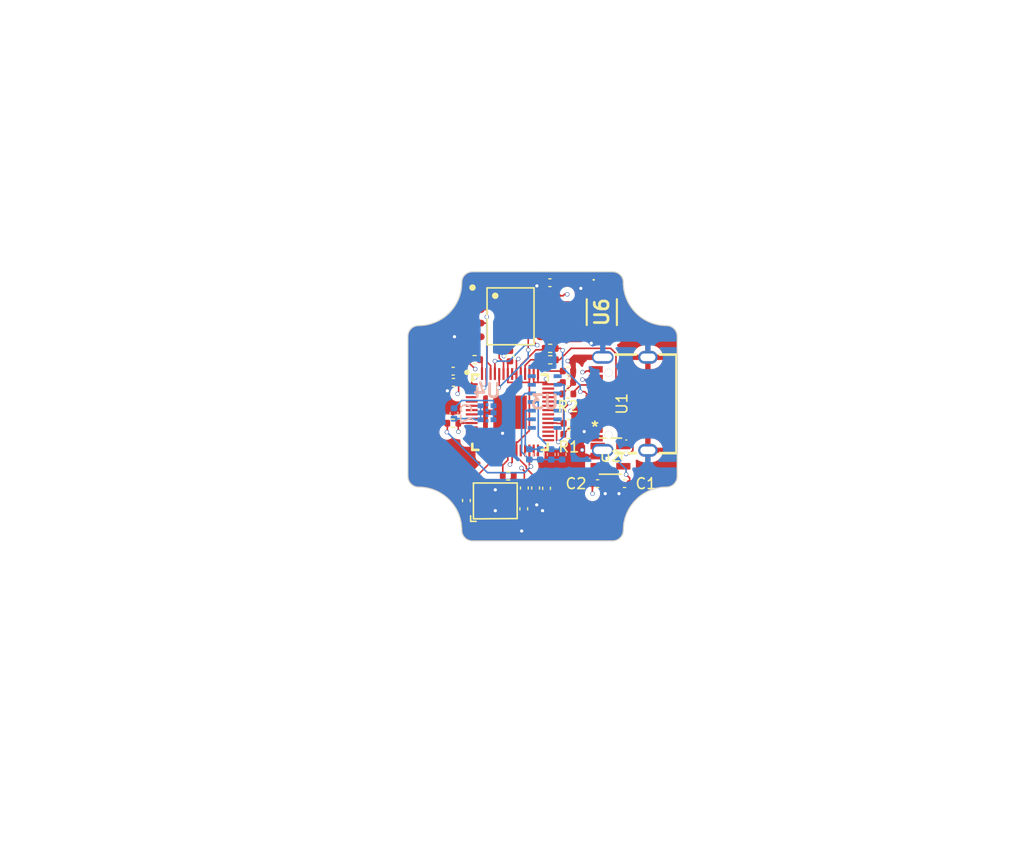
<source format=kicad_pcb>
(kicad_pcb (version 20240108) (generator "pcbnew") (generator_version "8.0")
  (layers (0 "F.Cu" signal) (1 "In1.Cu" mixed) (2 "In2.Cu" mixed) (31 "B.Cu" signal) (34 "B.Paste" user) (35 "F.Paste" user) (36 "B.SilkS" user "B.Silkscreen") (37 "F.SilkS" user "F.Silkscreen") (38 "B.Mask" user) (39 "F.Mask" user) (44 "Edge.Cuts" user))
  (net 0 "")
  (net 1 "dp")
  (net 2 "dm")
  (net 3 "usb_connector-vcc")
  (net 4 "usb_connector-gnd-1")
  (net 5 "sub1")
  (net 6 "cc1")
  (net 7 "sub2")
  (net 8 "cc2")
  (net 9 "power_supply-vcc")
  (net 10 "power_supply.regulator-io")
  (net 11 "nc")
  (net 12 "sda")
  (net 13 "scl")
  (net 14 "sensor.sensor-vcc")
  (net 15 "sensor.sensor-gnd")
  (net 16 "sensor.sensor-vcc-1")
  (net 17 "sensor.sensor-io")
  (net 18 "nc_1")
  (net 19 "pgnd")
  (net 20 "nc_2")
  (net 21 "nc_3")
  (net 22 "nc_4")
  (net 23 "nc_5")
  (net 24 "nc_6")
  (net 25 "mosi")
  (net 26 "miso")
  (net 27 "microcontroller.rp2040-sck")
  (net 28 "microcontroller.rp2040-cs")
  (net 29 "microcontroller.rp2040-cs-1")
  (net 30 "microcontroller.rp2040-sck-1")
  (net 31 "io0")
  (net 32 "io1")
  (net 33 "io2")
  (net 34 "io3")
  (net 35 "tx")
  (net 36 "rx")
  (net 37 "microcontroller.rp2040.micro-vcc")
  (net 38 "xin")
  (net 39 "xout")
  (net 40 "swclk")
  (net 41 "swdio")
  (net 42 "run")
  (net 43 "usb_dm")
  (net 44 "usb_dp")
  (net 45 "gpio0")
  (net 46 "gpio1")
  (net 47 "gpio2")
  (net 48 "gpio3")
  (net 49 "gpio6")
  (net 50 "gpio7")
  (net 51 "gpio12")
  (net 52 "gpio13")
  (net 53 "gpio14")
  (net 54 "gpio15")
  (net 55 "gpio16")
  (net 56 "gpio17")
  (net 57 "gpio18")
  (net 58 "gpio19")
  (net 59 "gpio22")
  (net 60 "gpio23")
  (net 61 "gpio24")
  (net 62 "gpio25")
  (net 63 "gpio26_a0")
  (net 64 "gpio27_a1")
  (net 65 "gpio28_a2")
  (net 66 "gpio29_a3")
  (net 67 "out")
  (net 68 "sensor-gnd")
  (net 69 "temperature_sensor.sensor-vcc")
  (net 70 "temperature_sensor.sensor-io")
  (net 71 "temperature_sensor.sensor-io-1")
  (footprint "lib:C0402" (layer "F.Cu") (at 134.1997 99.236 180)
    (property "Reference" "C12" (hide yes))
    (property "Value" "16V 100nF X7R Â±10% 0402  Multilayer Ceramic Capacitors MLCC - SMD/SMT ROHS")
  )
  (footprint "lib:LQFN-56_L7.0-W7.0-P0.4-EP" (layer "F.Cu") (at 139.4775 103.05)
    (property "Reference" "U5" (hide yes))
    (property "Value" "?")
  )
  (footprint "lib:C0402" (layer "F.Cu") (at 135.4335 111.2483 90)
    (property "Reference" "C8" (hide yes))
    (property "Value" "50V 20pF C0G Â±5% 0402  Multilayer Ceramic Capacitors MLCC - SMD/SMT ROHS")
  )
  (footprint "lib:SOIC-8_L5.3-W5.3-P1.27-LS8.0-BL" (layer "F.Cu") (at 139.5278 94.1411 -90)
    (property "Reference" "U8" (hide yes))
    (property "Value" "?")
  )
  (footprint "lib:R0402" (layer "F.Cu") (at 134.1705 104.0691 180)
    (property "Reference" "R3" (hide yes))
    (property "Value" "62.5mW Thick Film Resistors 50V Â±100ppm/â Â±1% 10kÎ© 0402  Chip Resistor - Surface Mount ROHS")
  )
  (footprint "lib:C0402" (layer "F.Cu") (at 140.7576 112.0183 -90)
    (property "Reference" "C9" (hide yes))
    (property "Value" "50V 20pF C0G Â±5% 0402  Multilayer Ceramic Capacitors MLCC - SMD/SMT ROHS")
  )
  (footprint "lib:KMR211NGLFS" (layer "F.Cu") (at 148 93.75 90)
    (property "Reference" "U6")
    (property "Value" "KMR211NGLFS (Tactile Switches)" (hide yes))
  )
  (footprint "lib:R0402" (layer "F.Cu") (at 136.1921 98.1642)
    (property "Reference" "R4" (hide yes))
    (property "Value" "62.5mW Thick Film Resistors 50V Â±100ppm/â Â±1% 10kÎ© 0402  Chip Resistor - Surface Mount ROHS")
  )
  (footprint "lib:C0402" (layer "F.Cu") (at 134.2277 100.2747 180)
    (property "Reference" "C13" (hide yes))
    (property "Value" "16V 100nF X7R Â±10% 0402  Multilayer Ceramic Capacitors MLCC - SMD/SMT ROHS")
  )
  (footprint "lib:C0402" (layer "F.Cu") (at 144.8597 99.2245)
    (property "Reference" "C17" (hide yes))
    (property "Value" "16V 100nF X7R Â±10% 0402  Multilayer Ceramic Capacitors MLCC - SMD/SMT ROHS")
  )
  (footprint "lib:SOT-23-5_RIT" (layer "F.Cu") (at 148.8046 107.1264)
    (property "Reference" "U2")
    (property "Value" "?")
  )
  (footprint "lib:C0402" (layer "F.Cu") (at 139.4664 97.8401 90)
    (property "Reference" "C16" (hide yes))
    (property "Value" "16V 100nF X7R Â±10% 0402  Multilayer Ceramic Capacitors MLCC - SMD/SMT ROHS")
  )
  (footprint "lib:C0402" (layer "F.Cu") (at 140.81 110.0861 -90)
    (property "Reference" "C10" (hide yes))
    (property "Value" "16V 100nF X7R Â±10% 0402  Multilayer Ceramic Capacitors MLCC - SMD/SMT ROHS")
  )
  (footprint "lib:C0402" (layer "F.Cu") (at 144.8597 100.2812)
    (property "Reference" "C11" (hide yes))
    (property "Value" "16V 100nF X7R Â±10% 0402  Multilayer Ceramic Capacitors MLCC - SMD/SMT ROHS")
  )
  (footprint "lib:C0402" (layer "F.Cu") (at 150.1052 109.6818 180)
    (property "Reference" "C1")
    (property "Value" "25V 1uF X5R Â±10% 0402  Multilayer Ceramic Capacitors MLCC - SMD/SMT ROHS")
  )
  (footprint "lib:OSC-SMD_4P-L3.2-W2.5-BL" (layer "F.Cu") (at 138.1145 111.2716)
    (property "Reference" "U7" (hide yes))
    (property "Value" "?")
  )
  (footprint "lib:USB-C-SMD_KH-TYPE-C-16P" (layer "F.Cu") (at 149.857 102.265 90)
    (property "Reference" "U1")
    (property "Value" "?")
  )
  (footprint "lib:R0402" (layer "F.Cu") (at 144.94 105.1 180)
    (property "Reference" "R1")
    (property "Value" "62.5mW Thick Film Resistors 50V Â±100ppm/â Â±1% 5.1kÎ© 0402  Chip Resistor - Surface Mount ROHS")
  )
  (footprint "lib:R0402" (layer "F.Cu") (at 143.2208 98.1776 180)
    (property "Reference" "R7" (hide yes))
    (property "Value" "62.5mW Thick Film Resistors 50V Â±100ppm/â Â±1% 27Î© 0402  Chip Resistor - Surface Mount ROHS")
  )
  (footprint "lib:R0402" (layer "F.Cu") (at 139.3166 108.9634)
    (property "Reference" "R5" (hide yes))
    (property "Value" "62.5mW Thick Film Resistors 50V Â±100ppm/â Â±1% 1kÎ© 0402  Chip Resistor - Surface Mount ROHS")
  )
  (footprint "lib:C0402" (layer "F.Cu") (at 141.8569 110.0861 -90)
    (property "Reference" "C18" (hide yes))
    (property "Value" "16V 100nF X7R Â±10% 0402  Multilayer Ceramic Capacitors MLCC - SMD/SMT ROHS")
  )
  (footprint "lib:C0402" (layer "F.Cu") (at 147.6052 109.6818)
    (property "Reference" "C2")
    (property "Value" "25V 1uF X5R Â±10% 0402  Multilayer Ceramic Capacitors MLCC - SMD/SMT ROHS")
  )
  (footprint "lib:C0402" (layer "F.Cu") (at 144.9353 104.0875)
    (property "Reference" "C14" (hide yes))
    (property "Value" "16V 100nF X7R Â±10% 0402  Multilayer Ceramic Capacitors MLCC - SMD/SMT ROHS")
  )
  (footprint "lib:R0402" (layer "F.Cu") (at 143.2078 97.1152)
    (property "Reference" "R6" (hide yes))
    (property "Value" "62.5mW Thick Film Resistors 50V Â±100ppm/â Â±1% 27Î© 0402  Chip Resistor - Surface Mount ROHS")
  )
  (footprint "lib:C0402" (layer "F.Cu") (at 143.1799 91.0195 180)
    (property "Reference" "C15" (hide yes))
    (property "Value" "25V 1uF X5R Â±10% 0402  Multilayer Ceramic Capacitors MLCC - SMD/SMT ROHS")
  )
  (footprint "lib:C0402" (layer "F.Cu") (at 142.8712 110.1146 -90)
    (property "Reference" "C19" (hide yes))
    (property "Value" "25V 1uF X5R Â±10% 0402  Multilayer Ceramic Capacitors MLCC - SMD/SMT ROHS")
  )
  (footprint "lib:R0402" (layer "F.Cu") (at 144.85 101.35 180)
    (property "Reference" "R2")
    (property "Value" "62.5mW Thick Film Resistors 50V Â±100ppm/â Â±1% 5.1kÎ© 0402  Chip Resistor - Surface Mount ROHS")
  )
  (footprint "lib:C0402" (layer "B.Cu") (at 141.2714 106.9638 -90)
    (property "Reference" "C6" (hide yes))
    (property "Value" "16V 100nF X7R Â±10% 0402  Multilayer Ceramic Capacitors MLCC - SMD/SMT ROHS")
  )
  (footprint "lib:C0402" (layer "B.Cu") (at 144.3194 106.9638 -90)
    (property "Reference" "C3" (hide yes))
    (property "Value" "6.3V 10uF X5R Â±20% 0402  Multilayer Ceramic Capacitors MLCC - SMD/SMT ROHS")
  )
  (footprint "lib:MAX30208CLBT" (layer "B.Cu") (at 137.35 103.1)
    (property "Reference" "U4")
    (property "Value" "?" (hide yes))
  )
  (footprint "lib:C0402" (layer "B.Cu") (at 143.3034 106.9638 -90)
    (property "Reference" "C4" (hide yes))
    (property "Value" "16V 100nF X7R Â±10% 0402  Multilayer Ceramic Capacitors MLCC - SMD/SMT ROHS")
  )
  (footprint "lib:MAX30102EFDT" (layer "B.Cu") (at 142.7 102.1 180)
    (property "Reference" "U3")
    (property "Value" "?" (hide yes))
  )
  (footprint "lib:C0402" (layer "B.Cu") (at 142.2874 106.9638 -90)
    (property "Reference" "C5" (hide yes))
    (property "Value" "10V 4.7uF X5R Â±20% 0402  Multilayer Ceramic Capacitors MLCC - SMD/SMT ROHS")
  )
  (footprint "lib:C0402" (layer "B.Cu") (at 134.28 103.16 90)
    (property "Reference" "C7")
    (property "Value" "16V 100nF X7R Â±10% 0402  Multilayer Ceramic Capacitors MLCC - SMD/SMT ROHS")
  )
  (gr_arc (start 149 90) (mid 149.707107 90.292893) (end 150 91) (stroke (width 0.1)) (layer "Edge.Cuts"))
  (gr_line (start 130 96) (end 130 109) (stroke (width 0.1)) (layer "Edge.Cuts"))
  (gr_arc (start 154 95) (mid 151.171573 93.828427) (end 150 91) (stroke (width 0.1)) (layer "Edge.Cuts"))
  (gr_arc (start 150 114) (mid 149.707107 114.707107) (end 149 115) (stroke (width 0.1)) (layer "Edge.Cuts"))
  (gr_line (start 149 90) (end 136 90) (stroke (width 0.1)) (layer "Edge.Cuts"))
  (gr_arc (start 154 95) (mid 154.707107 95.292893) (end 155 96) (stroke (width 0.1)) (layer "Edge.Cuts"))
  (gr_arc (start 131 110) (mid 130.292893 109.707107) (end 130 109) (stroke (width 0.1)) (layer "Edge.Cuts"))
  (gr_line (start 155 109) (end 155 96) (stroke (width 0.1)) (layer "Edge.Cuts"))
  (gr_arc (start 155 109) (mid 154.707107 109.707107) (end 154 110) (stroke (width 0.1)) (layer "Edge.Cuts"))
  (gr_arc (start 150 114) (mid 151.171573 111.171573) (end 154 110) (stroke (width 0.1)) (layer "Edge.Cuts"))
  (gr_arc (start 135 91) (mid 133.828427 93.828427) (end 131 95) (stroke (width 0.1)) (layer "Edge.Cuts"))
  (gr_line (start 136 115) (end 149 115) (stroke (width 0.1)) (layer "Edge.Cuts"))
  (gr_arc (start 130 96) (mid 130.292893 95.292893) (end 131 95) (stroke (width 0.1)) (layer "Edge.Cuts"))
  (gr_arc (start 135 91) (mid 135.292893 90.292893) (end 136 90) (stroke (width 0.1)) (layer "Edge.Cuts"))
  (gr_arc (start 131 110) (mid 133.828427 111.171573) (end 135 114) (stroke (width 0.1)) (layer "Edge.Cuts"))
  (gr_arc (start 136 115) (mid 135.292893 114.707107) (end 135 114) (stroke (width 0.1)) (layer "Edge.Cuts"))
  (segment (start 146.399 101.135) (end 146.003 101.135) (width 0.15) (layer "F.Cu") (net 1))
  (segment (start 146.56 101.515) (end 146.78 101.515) (width 0.15) (layer "F.Cu") (net 1))
  (segment (start 146.78 101.515) (end 147.437 101.515) (width 0.15) (layer "F.Cu") (net 1))
  (segment (start 144.18 97.1152) (end 144.362 97.2976) (width 0.15) (layer "F.Cu") (net 1))
  (segment (start 146.56 102.515) (end 146.56 101.515) (width 0.15) (layer "F.Cu") (net 1))
  (segment (start 147.437 102.515) (end 146.56 102.515) (width 0.15) (layer "F.Cu") (net 1))
  (segment (start 143.718 97.1152) (end 144.18 97.1152) (width 0.15) (layer "F.Cu") (net 1))
  (segment (start 146.78 101.515) (end 146.399 101.135) (width 0.15) (layer "F.Cu") (net 1))
  (segment (start 143.718 97.1152) (end 143.7178 97.1152) (width 0.15) (layer "F.Cu") (net 1))
  (via (at 146.003 101.135) (size 0.4) (drill 0.3) (layers "F.Cu" "B.Cu") (net 1))
  (via (at 144.362 97.2976) (size 0.4) (drill 0.3) (layers "F.Cu" "B.Cu") (net 1))
  (segment (start 146.003 101.135) (end 146.003 100.553) (width 0.15) (layer "B.Cu") (net 1))
  (segment (start 146.003 100.553) (end 144.362 98.9128) (width 0.15) (layer "B.Cu") (net 1))
  (segment (start 144.362 98.9128) (end 144.362 97.2976) (width 0.15) (layer "B.Cu") (net 1))
  (segment (start 148.828 97.1152) (end 149.316 97.6032) (width 0.15) (layer "F.Cu") (net 2))
  (segment (start 143.731 98.1776) (end 143.7308 98.1776) (width 0.15) (layer "F.Cu") (net 2))
  (segment (start 149.316 97.6032) (end 149.316 101.013) (width 0.15) (layer "F.Cu") (net 2))
  (segment (start 149.316 101.013) (end 148.314 102.015) (width 0.15) (layer "F.Cu") (net 2))
  (segment (start 143.731 98.1776) (end 144.086 98.1776) (width 0.15) (layer "F.Cu") (net 2))
  (segment (start 145.148 97.1152) (end 148.828 97.1152) (width 0.15) (layer "F.Cu") (net 2))
  (segment (start 148.314 103.015) (end 148.314 102.015) (width 0.15) (layer "F.Cu") (net 2))
  (segment (start 144.086 98.1776) (end 145.148 97.1152) (width 0.15) (layer "F.Cu") (net 2))
  (segment (start 147.437 103.015) (end 148.314 103.015) (width 0.15) (layer "F.Cu") (net 2))
  (segment (start 147.437 102.015) (end 148.314 102.015) (width 0.15) (layer "F.Cu") (net 2))
  (segment (start 150.585 109.158) (end 150.585 109.42) (width 0.15) (layer "F.Cu") (net 3))
  (segment (start 146.56 104.647) (end 146.56 104.515) (width 0.15) (layer "F.Cu") (net 3))
  (segment (start 146.57 100.015) (end 146.569 100.016) (width 0.15) (layer "F.Cu") (net 3))
  (segment (start 146.363 104.845) (end 146.56 104.647) (width 0.15) (layer "F.Cu") (net 3))
  (segment (start 146.569 100.016) (end 146.204 100.016) (width 0.15) (layer "F.Cu") (net 3))
  (segment (start 147.447 99.715) (end 147.447 100.015) (width 0.15) (layer "F.Cu") (net 3))
  (segment (start 150.585 109.42) (end 150.585 109.682) (width 0.15) (layer "F.Cu") (net 3))
  (segment (start 150.585 109.42) (end 150.5852 109.4202) (width 0.15) (layer "F.Cu") (net 3))
  (segment (start 147.437 104.815) (end 147.437 104.515) (width 0.15) (layer "F.Cu") (net 3))
  (segment (start 150.5852 109.4202) (end 150.5852 109.6818) (width 0.15) (layer "F.Cu") (net 3))
  (segment (start 146.56 104.515) (end 147.437 104.515) (width 0.15) (layer "F.Cu") (net 3))
  (segment (start 150.254 108.828) (end 150.585 109.158) (width 0.15) (layer "F.Cu") (net 3))
  (segment (start 147.447 100.015) (end 146.57 100.015) (width 0.15) (layer "F.Cu") (net 3))
  (via (at 150.254 108.828) (size 0.4) (drill 0.3) (layers "F.Cu" "B.Cu") (net 3))
  (via (at 146.363 104.845) (size 0.4) (drill 0.3) (layers "F.Cu" "B.Cu") (net 3))
  (via (at 146.204 100.016) (size 0.4) (drill 0.3) (layers "F.Cu" "B.Cu") (net 3))
  (segment (start 150.254 108.348) (end 150.254 108.828) (width 0.15) (layer "B.Cu") (net 3))
  (segment (start 149.408 107.502) (end 150.254 108.348) (width 0.15) (layer "B.Cu") (net 3))
  (segment (start 133.748 99.264) (end 133.748 100.1185) (width 0.15) (layer "F.Cu") (net 4))
  (segment (start 144.43 105.073) (end 145.415 104.088) (width 0.15) (layer "F.Cu") (net 4))
  (segment (start 140.8101 110.566) (end 140.81 110.5661) (width 0.15) (layer "F.Cu") (net 4))
  (segment (start 146.179 105.996) (end 146.179 106.556) (width 0.15) (layer "F.Cu") (net 4))
  (segment (start 137.0141 110.392) (end 137.941 110.392) (width 0.15) (layer "F.Cu") (net 4))
  (segment (start 146.473 91.7) (end 146.317 91.544) (width 0.15) (layer "F.Cu") (net 4))
  (segment (start 142.871 111.821) (end 142.871 111.208) (width 0.15) (layer "F.Cu") (net 4))
  (segment (start 135.622 110.58) (end 135.6218 110.58) (width 0.15) (layer "F.Cu") (net 4))
  (segment (start 145.415 103.264) (end 145.085 102.933) (width 0.15) (layer "F.Cu") (net 4))
  (segment (start 147.192 96.4767) (end 147.023 96.6451) (width 0.15) (layer "F.Cu") (net 4))
  (segment (start 149.595 110.608) (end 149.625 110.578) (width 0.15) (layer "F.Cu") (net 4))
  (segment (start 147.437 98.915) (end 147.437 99.215) (width 0.15) (layer "F.Cu") (net 4))
  (segment (start 142.8712 111.2078) (end 142.8712 110.5946) (width 0.15) (layer "F.Cu") (net 4))
  (segment (start 135.998 96.0411) (end 135.9978 96.0411) (width 0.15) (layer "F.Cu") (net 4))
  (segment (start 148.085 110.0295) (end 148.0852 110.0293) (width 0.15) (layer "F.Cu") (net 4))
  (segment (start 138.4775 105.957) (end 138.4775 106.6) (width 0.15) (layer "F.Cu") (net 4))
  (segment (start 147.437 105.615) (end 146.56 105.615) (width 0.15) (layer "F.Cu") (net 4))
  (segment (start 142.5 112.192) (end 142.871 111.821) (width 0.15) (layer "F.Cu") (net 4))
  (segment (start 133.72 99.236) (end 133.734 99.25) (width 0.15) (layer "F.Cu") (net 4))
  (segment (start 134.646 96.0411) (end 135.9978 96.0411) (width 0.15) (layer "F.Cu") (net 4))
  (segment (start 134.64 96.0355) (end 134.646 96.0411) (width 0.15) (layer "F.Cu") (net 4))
  (segment (start 141.857 110.566) (end 141.8568 110.566) (width 0.15) (layer "F.Cu") (net 4))
  (segment (start 147.2 95.8) (end 147.2 96.4767) (width 0.15) (layer "F.Cu") (net 4))
  (segment (start 139.4775 103.938) (end 139.4775 103.05) (width 0.15) (layer "F.Cu") (net 4))
  (segment (start 146.317 91.544) (end 146.054 91.544) (width 0.15) (layer "F.Cu") (net 4))
  (segment (start 139.478 103.9385) (end 139.478 104.827) (width 0.15) (layer "F.Cu") (net 4))
  (segment (start 146.447 99.3285) (end 146.204 99.3285) (width 0.15) (layer "F.Cu") (net 4))
  (segment (start 134.325 96.0355) (end 134.64 96.0355) (width 0.15) (layer "F.Cu") (net 4))
  (segment (start 140.758 113.88) (end 140.758 113.189) (width 0.15) (layer "F.Cu") (net 4))
  (segment (start 148.0852 110.0293) (end 148.0852 109.6818) (width 0.15) (layer "F.Cu") (net 4))
  (segment (start 135.622 110.58) (end 135.81 110.392) (width 0.15) (layer "F.Cu") (net 4))
  (segment (start 147.437 99.215) (end 146.56 99.215) (width 0.15) (layer "F.Cu") (net 4))
  (segment (start 138.478 105.9565) (end 138.478 106.6) (width 0.15) (layer "F.Cu") (net 4))
  (segment (start 145.34 99.5667) (end 145.3397 99.567) (width 0.15) (layer "F.Cu") (net 4))
  (segment (start 139.478 103.05) (end 139.478 103.9385) (width 0.15) (layer "F.Cu") (net 4))
  (segment (start 146.56 105.615) (end 146.179 105.996) (width 0.15) (layer "F.Cu") (net 4))
  (segment (start 146.56 99.215) (end 146.447 99.3285) (width 0.15) (layer "F.Cu") (net 4))
  (segment (start 145.3397 99.1754) (end 145.3397 99.2245) (width 0.15) (layer "F.Cu") (net 4))
  (segment (start 137.0141 110.392) (end 137.0145 110.3916) (width 0.15) (layer "F.Cu") (net 4))
  (segment (start 138.964 104.827) (end 138.787 105.004) (width 0.15) (layer "F.Cu") (net 4))
  (segment (start 148.316 110.608) (end 148.085 110.377) (width 0.15) (layer "F.Cu") (net 4))
  (segment (start 141.975 91.3146) (end 142.405 91.3146) (width 0.15) (layer "F.Cu") (net 4))
  (segment (start 138.079 110.254) (end 138.114 110.254) (width 0.15) (layer "F.Cu") (net 4))
  (segment (start 139.2141 112.152) (end 139.2145 112.1516) (width 0.15) (layer "F.Cu") (net 4))
  (segment (start 145.34 99.5667) (end 145.34 100.35) (width 0.15) (layer "F.Cu") (net 4))
  (segment (start 133.748 100.1185) (end 133.748 100.973) (width 0.15) (layer "F.Cu") (net 4))
  (segment (start 147.437 105.615) (end 147.437 105.315) (width 0.15) (layer "F.Cu") (net 4))
  (segment (start 133.7337 99.25) (end 133.7197 99.236) (width 0.15) (layer "F.Cu") (net 4))
  (segment (start 142.871 111.208) (end 142.8712 111.2078) (width 0.15) (layer "F.Cu") (net 4))
  (segment (start 145.34 100.35) (end 144.34 101.35) (width 0.15) (layer "F.Cu") (net 4))
  (segment (start 140.758 113.189) (end 140.758 112.498) (width 0.15) (layer "F.Cu") (net 4))
  (segment (start 141.8568 110.566) (end 141.8569 110.5661) (width 0.15) (layer "F.Cu") (net 4))
  (segment (start 144.43 105.1) (end 144.43 105.073) (width 0.15) (layer "F.Cu") (net 4))
  (segment (start 139.466 97.3601) (end 139.4664 97.3601) (width 0.15) (layer "F.Cu") (net 4))
  (segment (start 138.787 105.004) (end 138.478 105.313) (width 0.15) (layer "F.Cu") (net 4))
  (segment (start 139.466 97.3601) (end 139.389 97.3601) (width 0.15) (layer "F.Cu") (net 4))
  (segment (start 147.2 91.7) (end 146.473 91.7) (width 0.15) (layer "F.Cu") (net 4))
  (segment (start 138.478 105.313) (end 138.478 105.9565) (width 0.15) (layer "F.Cu") (net 4))
  (segment (start 139.389 97.3601) (end 138.909 97.8396) (width 0.15) (layer "F.Cu") (net 4))
  (segment (start 140.758 113.189) (end 140.7576 113.1886) (width 0.15) (layer "F.Cu") (net 4))
  (segment (start 145.415 103.676) (end 145.4153 103.6763) (width 0.15) (layer "F.Cu") (net 4))
  (segment (start 148.085 110.0295) (end 148.085 109.682) (width 0.15) (layer "F.Cu") (net 4))
  (segment (start 138.288 112.152) (end 139.214 112.152) (width 0.15) (layer "F.Cu") (net 4))
  (segment (start 145.3397 99.567) (end 145.3397 100.2812) (width 0.15) (layer "F.Cu") (net 4))
  (segment (start 145.4153 103.6763) (end 145.4153 104.0875) (width 0.15) (layer "F.Cu") (net 4))
  (segment (start 149.625 110.13) (end 149.6252 110.1298) (width 0.15) (layer "F.Cu") (net 4))
  (segment (start 145.415 104.088) (end 145.415 103.676) (width 0.15) (layer "F.Cu") (net 4))
  (segment (start 133.7477 100.1188) (end 133.7477 100.2747) (width 0.15) (layer "F.Cu") (net 4))
  (segment (start 145.34 99.1751) (end 145.3397 99.1754) (width 0.15) (layer "F.Cu") (net 4))
  (segment (start 133.748 100.973) (end 133.663 101.058) (width 0.15) (layer "F.Cu") (net 4))
  (segment (start 148.085 110.377) (end 148.085 110.0295) (width 0.15) (layer "F.Cu") (net 4))
  (segment (start 135.6218 110.58) (end 135.4335 110.7683) (width 0.15) (layer "F.Cu") (net 4))
  (segment (start 133.748 100.1185) (end 133.7477 100.1188) (width 0.15) (layer "F.Cu") (net 4))
  (segment (start 141.96 111.652) (end 141.857 111.549) (width 0.15) (layer "F.Cu") (net 4))
  (segment (start 139.478 104.827) (end 138.964 104.827) (width 0.15) (layer "F.Cu") (net 4))
  (segment (start 135.434 110.768) (end 135.622 110.58) (width 0.15) (layer "F.Cu") (net 4))
  (segment (start 139.478 103.9385) (end 139.4775 103.938) (width 0.15) (layer "F.Cu") (net 4))
  (segment (start 149.625 110.13) (end 149.625 109.682) (width 0.15) (layer "F.Cu") (net 4))
  (segment (start 144.842 98.2853) (end 145.34 98.7835) (width 0.15) (layer "F.Cu") (net 4))
  (segment (start 133.734 99.25) (end 133.748 99.264) (width 0.15) (layer "F.Cu") (net 4))
  (segment (start 149.625 110.578) (end 149.625 110.13) (width 0.15) (layer "F.Cu") (net 4))
  (segment (start 140.8101 110.566) (end 140.81 110.566) (width 0.15) (layer "F.Cu") (net 4))
  (segment (start 138.114 112.192) (end 138.247 112.192) (width 0.15) (layer "F.Cu") (net 4))
  (segment (start 141.8568 110.566) (end 140.8101 110.566) (width 0.15) (layer "F.Cu") (net 4))
  (segment (start 133.734 99.25) (end 133.7337 99.25) (width 0.15) (layer "F.Cu") (net 4))
  (segment (start 149.6252 110.1298) (end 149.6252 109.6818) (width 0.15) (layer "F.Cu") (net 4))
  (segment (start 138.247 112.192) (end 138.288 112.152) (width 0.15) (layer "F.Cu") (net 4))
  (segment (start 138.478 105.9565) (end 138.4775 105.957) (width 0.15) (layer "F.Cu") (net 4))
  (segment (start 145.34 99.1751) (end 145.34 99.5667) (width 0.15) (layer "F.Cu") (net 4))
  (segment (start 140.7576 113.1886) (end 140.7576 112.4983) (width 0.15) (layer "F.Cu") (net 4))
  (segment (start 147.2 96.4767) (end 147.192 96.4767) (width 0.15) (layer "F.Cu") (net 4))
  (segment (start 145.34 98.7835) (end 145.34 99.1751) (width 0.15) (layer "F.Cu") (net 4))
  (segment (start 139.214 112.152) (end 139.2141 112.152) (width 0.15) (layer "F.Cu") (net 4))
  (segment (start 137.941 110.392) (end 138.079 110.254) (width 0.15) (layer "F.Cu") (net 4))
  (segment (start 145.415 103.676) (end 145.415 103.264) (width 0.15) (layer "F.Cu") (net 4))
  (segment (start 140.562 114.076) (end 140.758 113.88) (width 0.15) (layer "F.Cu") (net 4))
  (segment (start 142.405 91.3146) (end 142.7 91.0195) (width 0.15) (layer "F.Cu") (net 4))
  (segment (start 141.857 111.549) (end 141.857 110.566) (width 0.15) (layer "F.Cu") (net 4))
  (segment (start 135.81 110.392) (end 137.0141 110.392) (width 0.15) (layer "F.Cu") (net 4))
  (segment (start 142.871 111.208) (end 142.871 110.595) (width 0.15) (layer "F.Cu") (net 4))
  (via (at 138.114 112.192) (size 0.4) (drill 0.3) (layers "F.Cu" "B.Cu") (net 4))
  (via (at 146.179 106.556) (size 0.4) (drill 0.3) (layers "F.Cu" "B.Cu") (net 4))
  (via (at 142.5 112.192) (size 0.4) (drill 0.3) (layers "F.Cu" "B.Cu") (net 4))
  (via (at 140.562 114.076) (size 0.4) (drill 0.3) (layers "F.Cu" "B.Cu") (net 4))
  (via (at 134.325 96.0355) (size 0.4) (drill 0.3) (layers "F.Cu" "B.Cu") (net 4))
  (via (at 138.114 110.254) (size 0.4) (drill 0.3) (layers "F.Cu" "B.Cu") (net 4))
  (via (at 147.023 96.6451) (size 0.4) (drill 0.3) (layers "F.Cu" "B.Cu") (net 4))
  (via (at 138.909 97.8396) (size 0.4) (drill 0.3) (layers "F.Cu" "B.Cu") (net 4))
  (via (at 145.085 102.933) (size 0.4) (drill 0.3) (layers "F.Cu" "B.Cu") (net 4))
  (via (at 149.595 110.608) (size 0.4) (drill 0.3) (layers "F.Cu" "B.Cu") (net 4))
  (via (at 141.96 111.652) (size 0.4) (drill 0.3) (layers "F.Cu" "B.Cu") (net 4))
  (via (at 144.842 98.2853) (size 0.4) (drill 0.3) (layers "F.Cu" "B.Cu") (net 4))
  (via (at 146.204 99.3285) (size 0.4) (drill 0.3) (layers "F.Cu" "B.Cu") (net 4))
  (via (at 133.663 101.058) (size 0.4) (drill 0.3) (layers "F.Cu" "B.Cu") (net 4))
  (via (at 148.316 110.608) (size 0.4) (drill 0.3) (layers "F.Cu" "B.Cu") (net 4))
  (via (at 138.787 105.004) (size 0.4) (drill 0.3) (layers "F.Cu" "B.Cu") (net 4))
  (via (at 141.975 91.3146) (size 0.4) (drill 0.3) (layers "F.Cu" "B.Cu") (net 4))
  (via (at 146.054 91.544) (size 0.4) (drill 0.3) (layers "F.Cu" "B.Cu") (net 4))
  (segment (start 147.437 103.515) (end 146.56 103.515) (width 0.15) (layer "F.Cu") (net 6))
  (segment (start 146.56 103.515) (end 146.56 103.99) (width 0.15) (layer "F.Cu") (net 6))
  (segment (start 146.56 103.99) (end 145.45 105.1) (width 0.15) (layer "F.Cu") (net 6))
  (segment (start 145.36 101.174) (end 145.36 101.35) (width 0.15) (layer "F.Cu") (net 8))
  (segment (start 146.019 100.515) (end 145.36 101.174) (width 0.15) (layer "F.Cu") (net 8))
  (segment (start 147.437 100.515) (end 146.019 100.515) (width 0.15) (layer "F.Cu") (net 8))
  (segment (start 135.9275 100.2955) (end 135.9275 100.45) (width 0.15) (layer "F.Cu") (net 9))
  (segment (start 140.81 108.506) (end 140.538 108.234) (width 0.15) (layer "F.Cu") (net 9))
  (segment (start 140.078 98.2599) (end 140.241 98.0961) (width 0.15) (layer "F.Cu") (net 9))
  (segment (start 142.997 100.45) (end 143.0275 100.45) (width 0.15) (layer "F.Cu") (net 9))
  (segment (start 143.058 92.2311) (end 143.734 92.2311) (width 0.15) (layer "F.Cu") (net 9))
  (segment (start 142.0775 99.888) (end 142.0775 99.5) (width 0.15) (layer "F.Cu") (net 9))
  (segment (start 135.6821 98.3189) (end 135.6821 98.1642) (width 0.15) (layer "F.Cu") (net 9))
  (segment (start 143.804 100.45) (end 143.973 100.281) (width 0.15) (layer "F.Cu") (net 9))
  (segment (start 141.678 99.8885) (end 141.6775 99.888) (width 0.15) (layer "F.Cu") (net 9))
  (segment (start 134.694 99.25) (end 134.6937 99.25) (width 0.15) (layer "F.Cu") (net 9))
  (segment (start 141.678 99.5) (end 141.678 99.8885) (width 0.15) (layer "F.Cu") (net 9))
  (segment (start 143.734 92.2311) (end 143.66 92.1573) (width 0.15) (layer "F.Cu") (net 9))
  (segment (start 150.552 106.919) (end 150.886 106.586) (width 0.15) (layer "F.Cu") (net 9))
  (segment (start 134.6806 104.069) (end 135.132 104.069) (width 0.15) (layer "F.Cu") (net 9))
  (segment (start 147.125 110.139) (end 147.1252 110.1388) (width 0.15) (layer "F.Cu") (net 9))
  (segment (start 134.693 104.86) (end 134.68 104.848) (width 0.15) (layer "F.Cu") (net 9))
  (segment (start 144.541 92.0998) (end 144.41 92.2311) (width 0.15) (layer "F.Cu") (net 9))
  (segment (start 144.455 104.088) (end 143.842 104.088) (width 0.15) (layer "F.Cu") (net 9))
  (segment (start 139.6775 107.149) (end 139.6775 106.6) (width 0.15) (layer "F.Cu") (net 9))
  (segment (start 143.0275 100.45) (end 143.804 100.45) (width 0.15) (layer "F.Cu") (net 9))
  (segment (start 135.928 100.295) (end 135.928 100.45) (width 0.15) (layer "F.Cu") (net 9))
  (segment (start 141.678 99.8885) (end 141.678 100.277) (width 0.15) (layer "F.Cu") (net 9))
  (segment (start 143.028 104.05) (end 143.0275 104.05) (width 0.15) (layer "F.Cu") (net 9))
  (segment (start 135.151 104.05) (end 135.9275 104.05) (width 0.15) (layer "F.Cu") (net 9))
  (segment (start 135.9275 104.05) (end 135.928 104.05) (width 0.15) (layer "F.Cu") (net 9))
  (segment (start 135.682 98.319) (end 135.682 98.1642) (width 0.15) (layer "F.Cu") (net 9))
  (segment (start 134.6806 104.069) (end 134.6805 104.0691) (width 0.15) (layer "F.Cu") (net 9))
  (segment (start 147.125 110.596) (end 147.125 110.139) (width 0.15) (layer "F.Cu") (net 9))
  (segment (start 144.455 103.648) (end 144.4553 103.6483) (width 0.15) (layer "F.Cu") (net 9))
  (segment (start 142.824 100.277) (end 142.078 100.277) (width 0.15) (layer "F.Cu") (net 9))
  (segment (start 139.678 107.1495) (end 139.6775 107.149) (width 0.15) (layer "F.Cu") (net 9))
  (segment (start 144.455 103.648) (end 144.455 104.088) (width 0.15) (layer "F.Cu") (net 9))
  (segment (start 141.6775 99.888) (end 141.6775 99.5) (width 0.15) (layer "F.Cu") (net 9))
  (segment (start 135.682 98.4739) (end 135.682 98.319) (width 0.15) (layer "F.Cu") (net 9))
  (segment (start 144.3795 100.281) (end 144.3797 100.2812) (width 0.15) (layer "F.Cu") (net 9))
  (segment (start 143.6599 91.5883) (end 143.6599 91.0195) (width 0.15) (layer "F.Cu") (net 9))
  (segment (start 135.132 104.069) (end 135.151 104.05) (width 0.15) (layer "F.Cu") (net 9))
  (segment (start 140.81 109.606) (end 140.81 109.6061) (width 0.15) (layer "F.Cu") (net 9))
  (segment (start 143.804 104.05) (end 143.028 104.05) (width 0.15) (layer "F.Cu") (net 9))
  (segment (start 141.678 100.277) (end 142.078 100.277) (width 0.15) (layer "F.Cu") (net 9))
  (segment (start 142.078 99.5) (end 142.078 99.8885) (width 0.15) (layer "F.Cu") (net 9))
  (segment (start 143.973 100.281) (end 144.3795 100.281) (width 0.15) (layer "F.Cu") (net 9))
  (segment (start 134.708 100.2585) (end 134.7077 100.2588) (width 0.15) (layer "F.Cu") (net 9))
  (segment (start 144.4553 103.6483) (end 144.4553 104.0875) (width 0.15) (layer "F.Cu") (net 9))
  (segment (start 143.66 91.5884) (end 143.6599 91.5883) (width 0.15) (layer "F.Cu") (net 9))
  (segment (start 143.842 104.088) (end 143.804 104.05) (width 0.15) (layer "F.Cu") (net 9))
  (segment (start 140.81 109.606) (end 140.81 108.506) (width 0.15) (layer "F.Cu") (net 9))
  (segment (start 140.0775 99.5) (end 139.678 99.5) (width 0.15) (layer "F.Cu") (net 9))
  (segment (start 144.992 102.202) (end 144.455 102.739) (width 0.15) (layer "F.Cu") (net 9))
  (segment (start 150.886 106.586) (end 150.886 106.187) (width 0.15) (layer "F.Cu") (net 9))
  (segment (start 134.708 99.264) (end 134.708 100.2585) (width 0.15) (layer "F.Cu") (net 9))
  (segment (start 135.928 100.295) (end 135.9275 100.2955) (width 0.15) (layer "F.Cu") (net 9))
  (segment (start 143.66 92.1573) (end 143.66 91.5884) (width 0.15) (layer "F.Cu") (net 9))
  (segment (start 150.886 106.187) (end 149.9985 106.187) (width 0.15) (layer "F.Cu") (net 9))
  (segment (start 144.795 92.0998) (end 144.541 92.0998) (width 0.15) (layer "F.Cu") (net 9))
  (segment (start 143.058 92.2311) (end 143.0578 92.2311) (width 0.15) (layer "F.Cu") (net 9))
  (segment (start 134.68 104.069) (end 134.6806 104.069) (width 0.15) (layer "F.Cu") (net 9))
  (segment (start 139.472 107.904) (end 139.678 107.699) (width 0.15) (layer "F.Cu") (net 9))
  (segment (start 135.682 98.319) (end 135.6821 98.3189) (width 0.15) (layer "F.Cu") (net 9))
  (segment (start 139.678 99.5) (end 139.6775 99.5) (width 0.15) (layer "F.Cu") (net 9))
  (segment (start 134.6937 99.25) (end 134.6797 99.236) (width 0.15) (layer "F.Cu") (net 9))
  (segment (start 142.824 99.9625) (end 142.824 100.277) (width 0.15) (layer "F.Cu") (net 9))
  (segment (start 147.137 110.608) (end 147.125 110.596) (width 0.15) (layer "F.Cu") (net 9))
  (segment (start 147.1252 110.1388) (end 147.1252 109.6818) (width 0.15) (layer "F.Cu") (net 9))
  (segment (start 149.9985 106.187) (end 149.9984 106.1869) (width 0.15) (layer "F.Cu") (net 9))
  (segment (start 134.694 99.25) (end 134.708 99.264) (width 0.15) (layer "F.Cu") (net 9))
  (segment (start 135.928 100.14) (end 135.928 100.295) (width 0.15) (layer "F.Cu") (net 9))
  (segment (start 142.078 99.8885) (end 142.0775 99.888) (width 0.15) (layer "F.Cu") (net 9))
  (segment (start 136.246 99.821) (end 135.928 100.14) (width 0.15) (layer "F.Cu") (net 9))
  (segment (start 144.455 102.739) (end 144.455 103.648) (width 0.15) (layer "F.Cu") (net 9))
  (segment (start 134.68 104.848) (end 134.68 104.069) (width 0.15) (layer "F.Cu") (net 9))
  (segment (start 144.3795 100.281) (end 144.38 100.281) (width 0.15) (layer "F.Cu") (net 9))
  (segment (start 134.68 99.236) (end 134.694 99.25) (width 0.15) (layer "F.Cu") (net 9))
  (segment (start 134.7077 100.2588) (end 134.7077 100.2747) (width 0.15) (layer "F.Cu") (net 9))
  (segment (start 139.678 107.699) (end 139.678 107.1495) (width 0.15) (layer "F.Cu") (net 9))
  (segment (start 140.0775 99.5) (end 140.078 99.5) (width 0.15) (layer "F.Cu") (net 9))
  (segment (start 150.254 106.919) (end 150.552 106.919) (width 0.15) (layer "F.Cu") (net 9))
  (segment (start 149.9985 106.187) (end 149.998 106.187) (width 0.15) (layer "F.Cu") (net 9))
  (segment (start 134.708 101.253) (end 134.62 101.34) (width 0.15) (layer "F.Cu") (net 9))
  (segment (start 136.246 99.0383) (end 135.682 98.4739) (width 0.15) (layer "F.Cu") (net 9))
  (segment (start 134.708 100.2585) (end 134.708 101.253) (width 0.15) (layer "F.Cu") (net 9))
  (segment (start 142.824 100.277) (end 142.997 100.45) (width 0.15) (layer "F.Cu") (net 9))
  (segment (start 142.078 99.8885) (end 142.078 100.277) (width 0.15) (layer "F.Cu") (net 9))
  (segment (start 147.125 110.139) (end 147.125 109.682) (width 0.15) (layer "F.Cu") (net 9))
  (segment (start 140.078 99.5) (end 140.078 98.2599) (width 0.15) (layer "F.Cu") (net 9))
  (segment (start 143.66 91.5884) (end 143.66 91.0195) (width 0.15) (layer "F.Cu") (net 9))
  (segment (start 139.678 107.1495) (end 139.678 106.6) (width 0.15) (layer "F.Cu") (net 9))
  (segment (start 144.41 92.2311) (end 143.734 92.2311) (width 0.15) (layer "F.Cu") (net 9))
  (via (at 136.246 99.821) (size 0.4) (drill 0.3) (layers "F.Cu" "B.Cu") (net 9))
  (via (at 134.62 101.34) (size 0.4) (drill 0.3) (layers "F.Cu" "B.Cu") (net 9))
  (via (at 142.824 99.9625) (size 0.4) (drill 0.3) (layers "F.Cu" "B.Cu") (net 9))
  (via (at 139.472 107.904) (size 0.4) (drill 0.3) (layers "F.Cu" "B.Cu") (net 9))
  (via (at 136.246 99.0383) (size 0.4) (drill 0.3) (layers "F.Cu" "B.Cu") (net 9))
  (via (at 134.693 104.86) (size 0.4) (drill 0.3) (layers "F.Cu" "B.Cu") (net 9))
  (via (at 144.992 102.202) (size 0.4) (drill 0.3) (layers "F.Cu" "B.Cu") (net 9))
  (via (at 140.241 98.0961) (size 0.4) (drill 0.3) (layers "F.Cu" "B.Cu") (net 9))
  (via (at 140.538 108.234) (size 0.4) (drill 0.3) (layers "F.Cu" "B.Cu") (net 9))
  (via (at 150.254 106.919) (size 0.4) (drill 0.3) (layers "F.Cu" "B.Cu") (net 9))
  (via (at 147.137 110.608) (size 0.4) (drill 0.3) (layers "F.Cu" "B.Cu") (net 9))
  (via (at 144.795 92.0998) (size 0.4) (drill 0.3) (layers "F.Cu" "B.Cu") (net 9))
  (segment (start 143.028 104.45) (end 143.804 104.45) (width 0.15) (layer "F.Cu") (net 13))
  (segment (start 143.804 105.652) (end 143.964 105.812) (width 0.15) (layer "F.Cu") (net 13))
  (segment (start 143.804 104.45) (end 143.804 105.652) (width 0.15) (layer "F.Cu") (net 13))
  (segment (start 143.028 104.45) (end 143.0275 104.45) (width 0.15) (layer "F.Cu") (net 13))
  (via (at 143.964 105.812) (size 0.4) (drill 0.3) (layers "F.Cu" "B.Cu") (net 13))
  (segment (start 143.964 105.812) (end 144.502 105.274) (width 0.15) (layer "B.Cu") (net 13))
  (segment (start 144.502 105.274) (end 144.502 100.5) (width 0.15) (layer "B.Cu") (net 13))
  (segment (start 144.502 100.5) (end 143.9 100.5) (width 0.15) (layer "B.Cu") (net 13))
  (segment (start 143.303 106.484) (end 143.3036 106.484) (width 0.15) (layer "B.Cu") (net 14))
  (segment (start 142.102 102.1) (end 142.102 105.282) (width 0.15) (layer "B.Cu") (net 14))
  (segment (start 144.3192 106.484) (end 144.3194 106.4838) (width 0.15) (layer "B.Cu") (net 14))
  (segment (start 144.319 106.484) (end 144.3192 106.484) (width 0.15) (layer "B.Cu") (net 14))
  (segment (start 142.102 105.282) (end 143.303 106.484) (width 0.15) (layer "B.Cu") (net 14))
  (segment (start 141.5 102.1) (end 142.102 102.1) (width 0.15) (layer "B.Cu") (net 14))
  (segment (start 143.3036 106.484) (end 144.319 106.484) (width 0.15) (layer "B.Cu") (net 14))
  (segment (start 143.3036 106.484) (end 143.3034 106.4838) (width 0.15) (layer "B.Cu") (net 14))
  (segment (start 144.319 107.444) (end 143.3033 107.444) (width 0.15) (layer "B.Cu") (net 15))
  (segment (start 140.553 101.645) (end 140.898 101.3) (width 0.15) (layer "B.Cu") (net 15))
  (segment (start 142.2876 107.444) (end 142.2874 107.4438) (width 0.15) (layer "B.Cu") (net 15))
  (segment (start 141.271 107.444) (end 140.553 106.726) (width 0.15) (layer "B.Cu") (net 15))
  (segment (start 144.3192 107.4438) (end 144.319 107.444) (width 0.15) (layer "B.Cu") (net 15))
  (segment (start 142.2876 107.444) (end 141.2716 107.444) (width 0.15) (layer "B.Cu") (net 15))
  (segment (start 144.3194 107.4438) (end 144.3192 107.4438) (width 0.15) (layer "B.Cu") (net 15))
  (segment (start 143.3033 107.444) (end 142.2876 107.444) (width 0.15) (layer "B.Cu") (net 15))
  (segment (start 143.3033 107.444) (end 143.3034 107.4439) (width 0.15) (layer "B.Cu") (net 15))
  (segment (start 141.2716 107.444) (end 141.2714 107.4438) (width 0.15) (layer "B.Cu") (net 15))
  (segment (start 140.898 101.3) (end 141.5 101.3) (width 0.15) (layer "B.Cu") (net 15))
  (segment (start 143.3034 107.4439) (end 143.3034 107.4438) (width 0.15) (layer "B.Cu") (net 15))
  (segment (start 140.553 106.726) (end 140.553 101.645) (width 0.15) (layer "B.Cu") (net 15))
  (segment (start 141.2716 107.444) (end 141.271 107.444) (width 0.15) (layer "B.Cu") (net 15))
  (segment (start 141.5 103.7) (end 140.898 103.7) (width 0.15) (layer "B.Cu") (net 16))
  (segment (start 141.5 102.9) (end 140.898 102.9) (width 0.15) (layer "B.Cu") (net 16))
  (segment (start 142.2872 106.4838) (end 142.287 106.484) (width 0.15) (layer "B.Cu") (net 16))
  (segment (start 141.271 106.484) (end 141.2716 106.484) (width 0.15) (layer "B.Cu") (net 16))
  (segment (start 141.2716 106.484) (end 142.287 106.484) (width 0.15) (layer "B.Cu") (net 16))
  (segment (start 142.2874 106.4838) (end 142.2872 106.4838) (width 0.15) (layer "B.Cu") (net 16))
  (segment (start 140.898 102.9) (end 140.898 103.7) (width 0.15) (layer "B.Cu") (net 16))
  (segment (start 140.898 106.111) (end 141.271 106.484) (width 0.15) (layer "B.Cu") (net 16))
  (segment (start 141.2716 106.484) (end 141.2714 106.4838) (width 0.15) (layer "B.Cu") (net 16))
  (segment (start 140.898 103.7) (end 140.898 106.111) (width 0.15) (layer "B.Cu") (net 16))
  (segment (start 136.878 99.5) (end 136.878 98.9198) (width 0.15) (layer "F.Cu") (net 29))
  (segment (start 136.702 98.1642) (end 136.025 97.4874) (width 0.15) (layer "F.Cu") (net 29))
  (segment (start 136.7898 98.2519) (end 136.7021 98.1642) (width 0.15) (layer "F.Cu") (net 29))
  (segment (start 134.646 93.3572) (end 134.646 93.285) (width 0.15) (layer "F.Cu") (net 29))
  (segment (start 148.8 95.8) (end 148.8 92.8116) (width 0.15) (layer "F.Cu") (net 29))
  (segment (start 136.79 98.2519) (end 136.7898 98.2519) (width 0.15) (layer "F.Cu") (net 29))
  (segment (start 135.135 97.4874) (end 133.892 96.2449) (width 0.15) (layer "F.Cu") (net 29))
  (segment (start 137.93 92.8116) (end 148.8 92.8116) (width 0.15) (layer "F.Cu") (net 29))
  (segment (start 136.878 98.9198) (end 136.8775 98.9203) (width 0.15) (layer "F.Cu") (net 29))
  (segment (start 133.892 96.2449) (end 133.892 94.1109) (width 0.15) (layer "F.Cu") (net 29))
  (segment (start 135.9978 92.2311) (end 137.35 92.2311) (width 0.15) (layer "F.Cu") (net 29))
  (segment (start 136.878 98.9198) (end 136.878 98.3396) (width 0.15) (layer "F.Cu") (net 29))
  (segment (start 137.35 92.2311) (end 137.93 92.8116) (width 0.15) (layer "F.Cu") (net 29))
  (segment (start 136.8775 98.9203) (end 136.8775 99.5) (width 0.15) (layer "F.Cu") (net 29))
  (segment (start 136.025 97.4874) (end 135.135 97.4874) (width 0.15) (layer "F.Cu") (net 29))
  (segment (start 133.892 94.1109) (end 134.646 93.3572) (width 0.15) (layer "F.Cu") (net 29))
  (segment (start 136.878 98.3396) (end 136.79 98.2519) (width 0.15) (layer "F.Cu") (net 29))
  (segment (start 134.646 93.285) (end 135.7 92.2311) (width 0.15) (layer "F.Cu") (net 29))
  (segment (start 135.7 92.2311) (end 135.9978 92.2311) (width 0.15) (layer "F.Cu") (net 29))
  (segment (start 148.8 92.8116) (end 148.8 91.7) (width 0.15) (layer "F.Cu") (net 29))
  (segment (start 136.79 98.2519) (end 136.702 98.1642) (width 0.15) (layer "F.Cu") (net 29))
  (segment (start 143.0578 94.7711) (end 141.706 94.7711) (width 0.15) (layer "F.Cu") (net 30))
  (segment (start 141.172 95.3047) (end 141.172 97.2664) (width 0.15) (layer "F.Cu") (net 30))
  (segment (start 138.428 100.775) (end 138.478 100.726) (width 0.15) (layer "F.Cu") (net 30))
  (segment (start 138.478 100.726) (end 138.478 100.113) (width 0.15) (layer "F.Cu") (net 30))
  (segment (start 138.478 100.113) (end 138.478 99.5) (width 0.15) (layer "F.Cu") (net 30))
  (segment (start 143.058 94.7711) (end 143.0578 94.7711) (width 0.15) (layer "F.Cu") (net 30))
  (segment (start 141.706 94.7711) (end 141.172 95.3047) (width 0.15) (layer "F.Cu") (net 30))
  (segment (start 138.4775 100.1125) (end 138.4775 99.5) (width 0.15) (layer "F.Cu") (net 30))
  (segment (start 138.478 100.113) (end 138.4775 100.1125) (width 0.15) (layer "F.Cu") (net 30))
  (via (at 141.172 97.2664) (size 0.4) (drill 0.3) (layers "F.Cu" "B.Cu") (net 30))
  (via (at 138.428 100.775) (size 0.4) (drill 0.3) (layers "F.Cu" "B.Cu") (net 30))
  (segment (start 141.172 98.0308) (end 138.428 100.775) (width 0.15) (layer "B.Cu") (net 30))
  (segment (start 141.172 97.2664) (end 141.172 98.0308) (width 0.15) (layer "B.Cu") (net 30))
  (segment (start 138.0775 98.9013) (end 138.0775 99.5) (width 0.15) (layer "F.Cu") (net 31))
  (segment (start 138.078 99.5) (end 138.078 98.9008) (width 0.15) (layer "F.Cu") (net 31))
  (segment (start 141.706 96.0411) (end 143.0578 96.0411) (width 0.15) (layer "F.Cu") (net 31))
  (segment (start 142.009 96.8245) (end 141.706 96.5217) (width 0.15) (layer "F.Cu") (net 31))
  (segment (start 141.706 96.5217) (end 141.706 96.0411) (width 0.15) (layer "F.Cu") (net 31))
  (segment (start 138.078 98.9008) (end 138.0775 98.9013) (width 0.15) (layer "F.Cu") (net 31))
  (segment (start 143.058 96.0411) (end 143.0578 96.0411) (width 0.15) (layer "F.Cu") (net 31))
  (segment (start 138.078 98.9008) (end 138.078 98.3017) (width 0.15) (layer "F.Cu") (net 31))
  (via (at 142.009 96.8245) (size 0.4) (drill 0.3) (layers "F.Cu" "B.Cu") (net 31))
  (via (at 138.078 98.3017) (size 0.4) (drill 0.3) (layers "F.Cu" "B.Cu") (net 31))
  (segment (start 139.388 98.3017) (end 138.078 98.3017) (width 0.15) (layer "B.Cu") (net 31))
  (segment (start 140.865 96.8245) (end 139.388 98.3017) (width 0.15) (layer "B.Cu") (net 31))
  (segment (start 142.009 96.8245) (end 140.865 96.8245) (width 0.15) (layer "B.Cu") (net 31))
  (segment (start 137.2775 100.0385) (end 137.2775 99.5) (width 0.15) (layer "F.Cu") (net 32))
  (segment (start 137.066 100.79) (end 137.278 100.578) (width 0.15) (layer "F.Cu") (net 32))
  (segment (start 135.998 93.5111) (end 137.35 93.5111) (width 0.15) (layer "F.Cu") (net 32))
  (segment (start 137.35 94.1676) (end 137.325 94.1917) (width 0.15) (layer "F.Cu") (net 32))
  (segment (start 135.998 93.5111) (end 135.9978 93.5111) (width 0.15) (layer "F.Cu") (net 32))
  (segment (start 137.278 100.039) (end 137.278 99.5) (width 0.15) (layer "F.Cu") (net 32))
  (segment (start 137.35 93.5111) (end 137.35 94.1676) (width 0.15) (layer "F.Cu") (net 32))
  (segment (start 137.278 100.039) (end 137.2775 100.0385) (width 0.15) (layer "F.Cu") (net 32))
  (segment (start 137.278 100.578) (end 137.278 100.039) (width 0.15) (layer "F.Cu") (net 32))
  (via (at 137.066 100.79) (size 0.4) (drill 0.3) (layers "F.Cu" "B.Cu") (net 32))
  (via (at 137.325 94.1917) (size 0.4) (drill 0.3) (layers "F.Cu" "B.Cu") (net 32))
  (segment (start 137.325 100.531) (end 137.066 100.79) (width 0.15) (layer "B.Cu") (net 32))
  (segment (start 137.325 94.1917) (end 137.325 100.531) (width 0.15) (layer "B.Cu") (net 32))
  (segment (start 137.35 98.3953) (end 137.678 98.7233) (width 0.15) (layer "F.Cu") (net 33))
  (segment (start 137.6775 99.1121) (end 137.6775 99.5) (width 0.15) (layer "F.Cu") (net 33))
  (segment (start 137.678 98.7233) (end 137.678 99.1116) (width 0.15) (layer "F.Cu") (net 33))
  (segment (start 137.678 99.1116) (end 137.678 99.5) (width 0.15) (layer "F.Cu") (net 33))
  (segment (start 137.35 94.7711) (end 137.35 98.3953) (width 0.15) (layer "F.Cu") (net 33))
  (segment (start 135.998 94.7711) (end 137.35 94.7711) (width 0.15) (layer "F.Cu") (net 33))
  (segment (start 137.678 99.1116) (end 137.6775 99.1121) (width 0.15) (layer "F.Cu") (net 33))
  (segment (start 135.998 94.7711) (end 135.9978 94.7711) (width 0.15) (layer "F.Cu") (net 33))
  (segment (start 138.878 98.9572) (end 138.8775 98.9577) (width 0.15) (layer "F.Cu") (net 34))
  (segment (start 138.8775 98.9577) (end 138.8775 99.5) (width 0.15) (layer "F.Cu") (net 34))
  (segment (start 138.478 96.7397) (end 138.478 98.0145) (width 0.15) (layer "F.Cu") (net 34))
  (segment (start 138.878 98.9572) (end 138.878 99.5) (width 0.15) (layer "F.Cu") (net 34))
  (segment (start 138.878 98.4145) (end 138.878 98.9572) (width 0.15) (layer "F.Cu") (net 34))
  (segment (start 143.0578 93.5111) (end 141.706 93.5111) (width 0.15) (layer "F.Cu") (net 34))
  (segment (start 141.706 93.5111) (end 138.478 96.7397) (width 0.15) (layer "F.Cu") (net 34))
  (segment (start 143.058 93.5111) (end 143.0578 93.5111) (width 0.15) (layer "F.Cu") (net 34))
  (segment (start 138.478 98.0145) (end 138.878 98.4145) (width 0.15) (layer "F.Cu") (net 34))
  (segment (start 139.4664 98.3201) (end 139.466 98.3201) (width 0.15) (layer "F.Cu") (net 37))
  (segment (start 139.278 100.2752) (end 139.278 100.277) (width 0.15) (layer "F.Cu") (net 37))
  (segment (start 140.995 108.261) (end 141.857 109.123) (width 0.15) (layer "F.Cu") (net 37))
  (segment (start 141.857 109.123) (end 141.857 109.3645) (width 0.15) (layer "F.Cu") (net 37))
  (segment (start 140.078 107.377) (end 140.286 107.377) (width 0.15) (layer "F.Cu") (net 37))
  (segment (start 139.278 98.509) (end 139.278 100.2752) (width 0.15) (layer "F.Cu") (net 37))
  (segment (start 142.905 99.2245) (end 142.404 98.7233) (width 0.15) (layer "F.Cu") (net 37))
  (segment (start 141.278 100.277) (end 141.278 104.744) (width 0.15) (layer "F.Cu") (net 37))
  (segment (start 140.078 105.823) (end 140.078 106.6) (width 0.15) (layer "F.Cu") (net 37))
  (segment (start 141.857 109.3645) (end 141.857 109.606) (width 0.15) (layer "F.Cu") (net 37))
  (segment (start 144.3797 99.2245) (end 142.905 99.2245) (width 0.15) (layer "F.Cu") (net 37))
  (segment (start 144.38 99.2245) (end 144.3797 99.2245) (width 0.15) (layer "F.Cu") (net 37))
  (segment (start 139.2775 100.2747) (end 139.278 100.2752) (width 0.15) (layer "F.Cu") (net 37))
  (segment (start 141.278 104.744) (end 140.198 105.823) (width 0.15) (layer "F.Cu") (net 37))
  (segment (start 140.198 105.823) (end 140.078 105.823) (width 0.15) (layer "F.Cu") (net 37))
  (segment (start 141.278 99.5) (end 141.278 100.277) (width 0.15) (layer "F.Cu") (net 37))
  (segment (start 139.2775 99.5) (end 139.2775 100.2747) (width 0.15) (layer "F.Cu") (net 37))
  (segment (start 141.857 109.606) (end 141.885 109.635) (width 0.15) (layer "F.Cu") (net 37))
  (segment (start 139.278 100.277) (end 141.278 100.277) (width 0.15) (layer "F.Cu") (net 37))
  (segment (start 141.885 109.635) (end 142.871 109.635) (width 0.15) (layer "F.Cu") (net 37))
  (segment (start 141.857 109.3645) (end 141.8569 109.3646) (width 0.15) (layer "F.Cu") (net 37))
  (segment (start 141.8569 109.3646) (end 141.8569 109.6061) (width 0.15) (layer "F.Cu") (net 37))
  (segment (start 142.404 98.7233) (end 141.278 98.7233) (width 0.15) (layer "F.Cu") (net 37))
  (segment (start 141.278 98.7233) (end 141.278 99.5) (width 0.15) (layer "F.Cu") (net 37))
  (segment (start 140.078 106.6) (end 140.078 107.377) (width 0.15) (layer "F.Cu") (net 37))
  (segment (start 140.0775 106.6) (end 140.078 106.6) (width 0.15) (layer "F.Cu") (net 37))
  (segment (start 140.995 108.086) (end 140.995 108.261) (width 0.15) (layer "F.Cu") (net 37))
  (segment (start 142.8712 109.6346) (end 142.871 109.6348) (width 0.15) (layer "F.Cu") (net 37))
  (segment (start 139.466 98.3201) (end 139.278 98.509) (width 0.15) (layer "F.Cu") (net 37))
  (segment (start 141.2775 99.5) (end 141.278 99.5) (width 0.15) (layer "F.Cu") (net 37))
  (segment (start 142.871 109.6348) (end 142.871 109.635) (width 0.15) (layer "F.Cu") (net 37))
  (segment (start 140.286 107.377) (end 140.995 108.086) (width 0.15) (layer "F.Cu") (net 37))
  (segment (start 136.088 111.999) (end 135.817 111.728) (width 0.15) (layer "F.Cu") (net 38))
  (segment (start 135.564 111.728) (end 135.817 111.728) (width 0.15) (layer "F.Cu") (net 38))
  (segment (start 138.878 106.9885) (end 138.8775 106.988) (width 0.15) (layer "F.Cu") (net 38))
  (segment (start 138.878 106.6) (end 138.878 106.9885) (width 0.15) (layer "F.Cu") (net 38))
  (segment (start 136.088 112.152) (end 136.088 111.999) (width 0.15) (layer "F.Cu") (net 38))
  (segment (start 134.896 111.06) (end 135.4989 111.6629) (width 0.15) (layer "F.Cu") (net 38))
  (segment (start 137.014 112.152) (end 136.088 112.152) (width 0.15) (layer "F.Cu") (net 38))
  (segment (start 135.4335 111.7283) (end 135.4989 111.6629) (width 0.15) (layer "F.Cu") (net 38))
  (segment (start 137.0144 112.1516) (end 137.014 112.152) (width 0.15) (layer "F.Cu") (net 38))
  (segment (start 138.878 107.377) (end 137.996 107.377) (width 0.15) (layer "F.Cu") (net 38))
  (segment (start 134.896 110.476) (end 134.896 111.06) (width 0.15) (layer "F.Cu") (net 38))
  (segment (start 137.996 107.377) (end 134.896 110.476) (width 0.15) (layer "F.Cu") (net 38))
  (segment (start 138.8775 106.988) (end 138.8775 106.6) (width 0.15) (layer "F.Cu") (net 38))
  (segment (start 135.817 111.728) (end 135.434 111.728) (width 0.15) (layer "F.Cu") (net 38))
  (segment (start 137.0145 112.1516) (end 137.0144 112.1516) (width 0.15) (layer "F.Cu") (net 38))
  (segment (start 138.878 106.9885) (end 138.878 107.377) (width 0.15) (layer "F.Cu") (net 38))
  (segment (start 135.4989 111.6629) (end 135.564 111.728) (width 0.15) (layer "F.Cu") (net 38))
  (segment (start 138.807 108.571) (end 138.8066 108.5714) (width 0.15) (layer "F.Cu") (net 39))
  (segment (start 138.807 108.571) (end 138.807 108.963) (width 0.15) (layer "F.Cu") (net 39))
  (segment (start 139.278 107.495) (end 138.807 107.966) (width 0.15) (layer "F.Cu") (net 39))
  (segment (start 139.278 107.0475) (end 139.278 107.495) (width 0.15) (layer "F.Cu") (net 39))
  (segment (start 138.807 107.966) (end 138.807 108.571) (width 0.15) (layer "F.Cu") (net 39))
  (segment (start 139.278 106.6) (end 139.278 107.0475) (width 0.15) (layer "F.Cu") (net 39))
  (segment (start 138.8066 108.5714) (end 138.8066 108.9634) (width 0.15) (layer "F.Cu") (net 39))
  (segment (start 139.2775 107.047) (end 139.2775 106.6) (width 0.15) (layer "F.Cu") (net 39))
  (segment (start 139.278 107.0475) (end 139.2775 107.047) (width 0.15) (layer "F.Cu") (net 39))
  (segment (start 141.278 107.27) (end 141.2775 107.2695) (width 0.15) (layer "F.Cu") (net 42))
  (segment (start 133.66 104.861) (end 133.623 104.898) (width 0.15) (layer "F.Cu") (net 42))
  (segment (start 141.278 107.27) (end 141.278 106.6) (width 0.15) (layer "F.Cu") (net 42))
  (segment (start 133.66 104.069) (end 133.66 104.465) (width 0.15) (layer "F.Cu") (net 42))
  (segment (start 133.6605 104.4645) (end 133.6605 104.0691) (width 0.15) (layer "F.Cu") (net 42))
  (segment (start 133.66 104.465) (end 133.6605 104.4645) (width 0.15) (layer "F.Cu") (net 42))
  (segment (start 133.66 104.465) (end 133.66 104.861) (width 0.15) (layer "F.Cu") (net 42))
  (segment (start 141.422 108.084) (end 141.278 107.94) (width 0.15) (layer "F.Cu") (net 42))
  (segment (start 141.2775 107.2695) (end 141.2775 106.6) (width 0.15) (layer "F.Cu") (net 42))
  (segment (start 141.278 107.94) (end 141.278 107.27) (width 0.15) (layer "F.Cu") (net 42))
  (via (at 133.623 104.898) (size 0.4) (drill 0.3) (layers "F.Cu" "B.Cu") (net 42))
  (via (at 141.422 108.084) (size 0.4) (drill 0.3) (layers "F.Cu" "B.Cu") (net 42))
  (segment (start 133.623 104.898) (end 137.386 108.661) (width 0.15) (layer "B.Cu") (net 42))
  (segment (start 140.845 108.661) (end 141.422 108.084) (width 0.15) (layer "B.Cu") (net 42))
  (segment (start 137.386 108.661) (end 140.845 108.661) (width 0.15) (layer "B.Cu") (net 42))
  (segment (start 140.878 98.6966) (end 140.878 99.0983) (width 0.15) (layer "F.Cu") (net 43))
  (segment (start 142.7108 98.1776) (end 141.396 98.1776) (width 0.15) (layer "F.Cu") (net 43))
  (segment (start 142.711 98.1776) (end 142.7108 98.1776) (width 0.15) (layer "F.Cu") (net 43))
  (segment (start 140.8775 99.0988) (end 140.8775 99.5) (width 0.15) (layer "F.Cu") (net 43))
  (segment (start 141.396 98.1776) (end 140.878 98.6966) (width 0.15) (layer "F.Cu") (net 43))
  (segment (start 140.878 99.0983) (end 140.878 99.5) (width 0.15) (layer "F.Cu") (net 43))
  (segment (start 140.878 99.0983) (end 140.8775 99.0988) (width 0.15) (layer "F.Cu") (net 43))
  (segment (start 142.6978 97.1154) (end 142.698 97.1152) (width 0.15) (layer "F.Cu") (net 44))
  (segment (start 142.6978 97.1154) (end 142.6978 97.1152) (width 0.15) (layer "F.Cu") (net 44))
  (segment (start 140.4775 99.0854) (end 140.4775 99.5) (width 0.15) (layer "F.Cu") (net 44))
  (segment (start 140.478 99.0849) (end 140.478 98.6699) (width 0.15) (layer "F.Cu") (net 44))
  (segment (start 140.478 99.5) (end 140.478 99.0849) (width 0.15) (layer "F.Cu") (net 44))
  (segment (start 142.562 97.2512) (end 142.6978 97.1154) (width 0.15) (layer "F.Cu") (net 44))
  (segment (start 140.478 98.6699) (end 141.896 97.2512) (width 0.15) (layer "F.Cu") (net 44))
  (segment (start 141.896 97.2512) (end 142.562 97.2512) (width 0.15) (layer "F.Cu") (net 44))
  (segment (start 140.478 99.0849) (end 140.4775 99.0854) (width 0.15) (layer "F.Cu") (net 44))
  (segment (start 139.2145 110.3916) (end 139.214 110.3916) (width 0.15) (layer "F.Cu") (net 67))
  (segment (start 139.225 109.565) (end 139.8266 108.9634) (width 0.15) (layer "F.Cu") (net 67))
  (segment (start 139.8266 108.9634) (end 139.827 108.963) (width 0.15) (layer "F.Cu") (net 67))
  (segment (start 139.214 109.988) (end 140.758 111.532) (width 0.15) (layer "F.Cu") (net 67))
  (segment (start 140.758 111.535) (end 140.7576 111.5354) (width 0.15) (layer "F.Cu") (net 67))
  (segment (start 139.214 109.988) (end 139.214 109.565) (width 0.15) (layer "F.Cu") (net 67))
  (segment (start 139.214 110.3916) (end 139.214 109.988) (width 0.15) (layer "F.Cu") (net 67))
  (segment (start 140.758 111.532) (end 140.758 111.535) (width 0.15) (layer "F.Cu") (net 67))
  (segment (start 139.214 109.565) (end 139.225 109.565) (width 0.15) (layer "F.Cu") (net 67))
  (segment (start 140.758 111.535) (end 140.758 111.538) (width 0.15) (layer "F.Cu") (net 67))
  (segment (start 139.214 110.392) (end 139.214 110.3916) (width 0.15) (layer "F.Cu") (net 67))
  (segment (start 140.7576 111.5354) (end 140.7576 111.5383) (width 0.15) (layer "F.Cu") (net 67))
  (segment (start 137.95 101.998) (end 137.91 101.958) (width 0.15) (layer "B.Cu") (net 68))
  (segment (start 137.95 103.75) (end 137.95 103.1) (width 0.15) (layer "B.Cu") (net 68))
  (segment (start 137.91 101.958) (end 135.002 101.958) (width 0.15) (layer "B.Cu") (net 68))
  (segment (start 137.95 103.1) (end 137.95 102.45) (width 0.15) (layer "B.Cu") (net 68))
  (segment (start 137.95 102.45) (end 137.95 101.998) (width 0.15) (layer "B.Cu") (net 68))
  (segment (start 135.002 101.958) (end 134.28 102.68) (width 0.15) (layer "B.Cu") (net 68))
  (segment (start 134.28 103.64) (end 136.138 103.64) (width 0.15) (layer "B.Cu") (net 69))
  (segment (start 136.138 103.64) (end 136.248 103.75) (width 0.15) (layer "B.Cu") (net 69))
  (segment (start 136.75 103.1) (end 136.75 103.75) (width 0.15) (layer "B.Cu") (net 69))
  (segment (start 136.248 103.75) (end 136.75 103.75) (width 0.15) (layer "B.Cu") (net 69))
  (segment (start 136.75 102.45) (end 136.75 103.1) (width 0.15) (layer "B.Cu") (net 69))
  (zone (net 4) (net_name "usb_connector-gnd-1") (layer "F.Cu") (connect_pads (clearance 0.5)) (min_thickness 0.25) (fill yes (thermal_gap 0.5) (thermal_bridge_width 0.5))
    (polygon (pts (xy 129.7 89.7) (xy 129.7 115.3) (xy 155.500013 115.3) (xy 155.500013 89.7)))
  )
  (zone (net 4) (net_name "usb_connector-gnd-1") (layer "B.Cu") (connect_pads (clearance 0.5)) (min_thickness 0.25) (fill yes (thermal_gap 0.5) (thermal_bridge_width 0.5))
    (polygon (pts (xy 129.7 89.7) (xy 129.7 115.3) (xy 155.500013 115.3) (xy 155.500013 89.7)))
  )
  (zone (net 3) (net_name "usb_connector-vcc") (layer "B.Cu") (connect_pads (clearance 0.5)) (min_thickness 0.25) (fill yes (thermal_gap 0.5) (thermal_bridge_width 0.5))
    (polygon (pts (xy 155.250013 107.668) (xy 155.250013 97) (xy 143.566013 97) (xy 143.566013 107.668)))
  )
)
</source>
